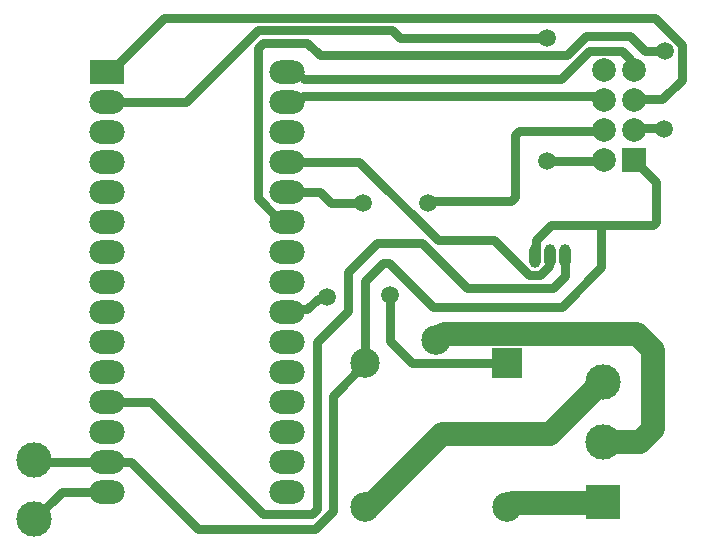
<source format=gbl>
G04*
G04 #@! TF.GenerationSoftware,Altium Limited,Altium Designer,20.1.11 (218)*
G04*
G04 Layer_Physical_Order=2*
G04 Layer_Color=16711680*
%FSLAX44Y44*%
%MOMM*%
G71*
G04*
G04 #@! TF.SameCoordinates,A4AB8B62-A7F7-4786-9BA1-37B8C303C8CB*
G04*
G04*
G04 #@! TF.FilePolarity,Positive*
G04*
G01*
G75*
%ADD10C,0.8000*%
%ADD11C,0.6000*%
%ADD12C,2.0000*%
%ADD13R,2.0000X2.0000*%
%ADD14C,2.0000*%
%ADD15R,3.0000X2.0000*%
%ADD16O,3.0000X2.0000*%
%ADD17C,3.0000*%
%ADD18R,3.0000X3.0000*%
%ADD19O,1.0000X2.0000*%
%ADD20O,1.0000X2.0000*%
%ADD21R,2.5000X2.5000*%
%ADD22C,2.5000*%
%ADD23C,1.5000*%
D10*
X288290Y52686D02*
Y194290D01*
X314384Y220384D02*
Y253384D01*
X288290Y194290D02*
X314384Y220384D01*
X147320Y143200D02*
X242520Y48000D01*
X283604D02*
X288290Y52686D01*
X242520Y48000D02*
X283604D01*
X286512Y35814D02*
X301498Y50800D01*
X369000Y176000D02*
X449000D01*
X350000Y195000D02*
X369000Y176000D01*
X350000Y195000D02*
Y234000D01*
X486356Y292835D02*
X529000D01*
X479532Y286011D02*
X486356Y292835D01*
X479532Y286011D02*
X479532D01*
X473760Y280239D02*
X479532Y286011D01*
X472600Y267000D02*
Y272541D01*
X473760Y273701D01*
Y280239D01*
X529000Y292835D02*
X572511D01*
X575000Y295324D01*
Y329400D01*
X415514Y239920D02*
X455905D01*
X455905Y239920D01*
X377435Y278000D02*
X415514Y239920D01*
X455905Y239920D02*
X488234D01*
X556400Y348000D02*
X575000Y329400D01*
X242686Y447500D02*
X279998D01*
X238000Y315600D02*
Y442814D01*
X177481Y397200D02*
X238321Y458040D01*
X110600Y397200D02*
X177481D01*
X238321Y458040D02*
X351488D01*
X238000Y442814D02*
X242686Y447500D01*
X290498Y437000D02*
X500094D01*
X279998Y447500D02*
X290498Y437000D01*
X574276Y468580D02*
X597040Y445816D01*
X113030Y422600D02*
X159010Y468580D01*
X351488Y458040D02*
X358488Y451040D01*
X159010Y468580D02*
X574276D01*
X358488Y451040D02*
X483196D01*
X300000Y312000D02*
X326000D01*
X263000Y321000D02*
X291000D01*
X300000Y312000D01*
X263735Y220135D02*
X265296Y221696D01*
X279696D01*
X288661Y230661D01*
X295661D02*
X297000Y232000D01*
X288661Y230661D02*
X295661D01*
X566000Y440000D02*
X583000D01*
X553000Y453000D02*
X566000Y440000D01*
X597040Y415955D02*
Y445816D01*
X580485Y399400D02*
X597040Y415955D01*
X348985Y261015D02*
X386480Y223520D01*
X329000Y246000D02*
X344015Y261015D01*
X348985D01*
X386480Y223520D02*
X495300D01*
X314384Y253384D02*
X339000Y278000D01*
X377435D01*
X390246Y280095D02*
X438186D01*
X323940Y346400D02*
X390246Y280095D01*
X263000Y346400D02*
X323940D01*
X438186Y280095D02*
X467820Y250460D01*
X477380D01*
X488234Y239920D02*
X498000Y249686D01*
X477380Y250460D02*
X484917Y257998D01*
X498000Y249686D02*
Y267000D01*
X484917Y266618D02*
X485300Y267000D01*
X484917Y257998D02*
Y266618D01*
X277389Y417000D02*
X495000D01*
X537851Y440740D02*
X538251Y440340D01*
X518740Y440740D02*
X537851D01*
X538251Y440340D02*
X546660D01*
X495000Y417000D02*
X518740Y440740D01*
X500094Y437000D02*
X516094Y453000D01*
X553000D01*
X238000Y315600D02*
X258000Y295600D01*
X329000Y176000D02*
Y246000D01*
X564571Y375000D02*
X581000D01*
X110600Y92400D02*
X131064D01*
X50600D02*
X110600D01*
X564400Y399400D02*
X580485D01*
X546660Y440340D02*
X553209Y433791D01*
X490813Y347000D02*
X530000D01*
X456000Y369485D02*
X459515Y373000D01*
X456000Y316515D02*
Y369485D01*
X459515Y373000D02*
X530600D01*
X276588Y402000D02*
X524012D01*
X452485Y313000D02*
X456000Y316515D01*
X386000Y313000D02*
X452485D01*
X529000Y257220D02*
Y290000D01*
X495300Y223520D02*
X529000Y257220D01*
X301498Y148498D02*
X329000Y176000D01*
X72000Y67000D02*
X110600D01*
X49000Y44000D02*
X72000Y67000D01*
X110600Y143200D02*
X147320D01*
X301498Y50800D02*
Y148498D01*
X187650Y35814D02*
X286512D01*
X131064Y92400D02*
X187650Y35814D01*
D11*
X326000Y312000D02*
X327000D01*
X483000Y347000D02*
X490813D01*
X581000Y375000D02*
X582000Y374000D01*
X382000Y315000D02*
X384000D01*
X386000Y313000D01*
X530000Y347000D02*
X531000Y348000D01*
X530600Y373000D02*
X531000Y373400D01*
X524012Y402000D02*
X527212Y398800D01*
X263000Y397200D02*
X271789D01*
X276588Y402000D01*
X527212Y398800D02*
X531000D01*
X49000Y94000D02*
X50600Y92400D01*
X263000Y422600D02*
X271789D01*
X277389Y417000D01*
X258000Y295600D02*
X263000D01*
Y219400D02*
X263735Y220135D01*
X529999Y109499D02*
X530499Y109000D01*
X110600Y422600D02*
X113030D01*
D12*
X334500Y56500D02*
X394000Y116000D01*
X485284D01*
X529583Y160299D01*
X332853Y56500D02*
X334500D01*
X329000Y54000D02*
X330353D01*
X332853Y56500D01*
X395393Y201040D02*
X559244D01*
X390354Y196000D02*
X395393Y201040D01*
X559244D02*
X573000Y187284D01*
Y120716D02*
Y187284D01*
X530499Y109000D02*
X561284D01*
X573000Y120716D01*
X389001Y196000D02*
X390354D01*
X529583Y160299D02*
X529999D01*
X449000Y54000D02*
X450353D01*
X453654Y57301D01*
X528601D01*
X529999Y58699D01*
D13*
X556400Y348000D02*
D03*
D14*
X531000D02*
D03*
X556400Y373400D02*
D03*
X531000D02*
D03*
X556400Y398800D02*
D03*
X531000D02*
D03*
X556400Y424200D02*
D03*
X531000D02*
D03*
D15*
X110600Y422600D02*
D03*
D16*
Y397200D02*
D03*
Y371800D02*
D03*
Y346400D02*
D03*
Y321000D02*
D03*
Y295600D02*
D03*
Y270200D02*
D03*
Y244800D02*
D03*
Y219400D02*
D03*
Y194000D02*
D03*
Y168600D02*
D03*
Y143200D02*
D03*
Y117800D02*
D03*
Y92400D02*
D03*
Y67000D02*
D03*
X263000D02*
D03*
Y92400D02*
D03*
Y117800D02*
D03*
Y143200D02*
D03*
Y168600D02*
D03*
Y194000D02*
D03*
Y219400D02*
D03*
Y244800D02*
D03*
Y270200D02*
D03*
Y295600D02*
D03*
Y321000D02*
D03*
Y346400D02*
D03*
Y371800D02*
D03*
Y397200D02*
D03*
Y422600D02*
D03*
D17*
X49000Y44000D02*
D03*
Y94000D02*
D03*
X529999Y160299D02*
D03*
Y109499D02*
D03*
D18*
Y58699D02*
D03*
D19*
X472600Y267000D02*
D03*
X498000D02*
D03*
D20*
X485300D02*
D03*
D21*
X449000Y176000D02*
D03*
D22*
X389001Y196000D02*
D03*
X329000Y176000D02*
D03*
Y54000D02*
D03*
X449000D02*
D03*
D23*
X327000Y312000D02*
D03*
X583000Y440000D02*
D03*
X483000Y347000D02*
D03*
X350000Y234000D02*
D03*
X483196Y451040D02*
D03*
X582000Y374000D02*
D03*
X382000Y312000D02*
D03*
X297000Y232000D02*
D03*
M02*

</source>
